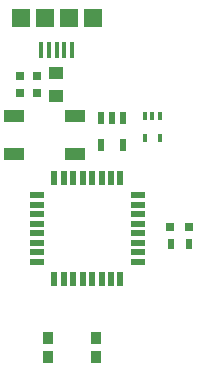
<source format=gbr>
G04 #@! TF.FileFunction,Paste,Top*
%FSLAX46Y46*%
G04 Gerber Fmt 4.6, Leading zero omitted, Abs format (unit mm)*
G04 Created by KiCad (PCBNEW 4.0.7-e2-6376~61~ubuntu18.04.1) date Sun Jul  8 15:07:32 2018*
%MOMM*%
%LPD*%
G01*
G04 APERTURE LIST*
%ADD10C,0.100000*%
%ADD11R,1.651000X0.998220*%
%ADD12R,0.800000X0.800000*%
%ADD13R,0.450000X1.350000*%
%ADD14R,1.500000X1.550000*%
%ADD15R,0.558800X1.270000*%
%ADD16R,1.270000X0.558800*%
%ADD17R,0.600000X1.140000*%
%ADD18R,0.750000X0.800000*%
%ADD19R,1.250000X1.000000*%
%ADD20R,0.500000X0.900000*%
%ADD21R,0.400000X0.650000*%
%ADD22R,0.899160X0.998220*%
G04 APERTURE END LIST*
D10*
D11*
X110424440Y-137600000D03*
X110424440Y-140795320D03*
X115575560Y-140795320D03*
X115575560Y-137600000D03*
D12*
X125200000Y-147000000D03*
X123600000Y-147000000D03*
D13*
X115300000Y-131975000D03*
X114650000Y-131975000D03*
X114000000Y-131975000D03*
X113350000Y-131975000D03*
X112700000Y-131975000D03*
D14*
X115000000Y-129300000D03*
X113000000Y-129300000D03*
X117050000Y-129300000D03*
X110950000Y-129300000D03*
D15*
X119400300Y-142808620D03*
X118600200Y-142808620D03*
X117800100Y-142808620D03*
X117000000Y-142808620D03*
X116202440Y-142808620D03*
X115402340Y-142808620D03*
X114602240Y-142808620D03*
X113802140Y-142808620D03*
D16*
X112308620Y-144302140D03*
X112308620Y-145102240D03*
X112308620Y-145902340D03*
X112308620Y-146702440D03*
X112308620Y-147500000D03*
X112308620Y-148300100D03*
X112308620Y-149100200D03*
X112308620Y-149900300D03*
D15*
X113802140Y-151393820D03*
X114602240Y-151393820D03*
X115402340Y-151393820D03*
X116202440Y-151393820D03*
X117000000Y-151393820D03*
X117800100Y-151393820D03*
X118600200Y-151393820D03*
X119400300Y-151393820D03*
D16*
X120893820Y-149900300D03*
X120893820Y-149100200D03*
X120893820Y-148300100D03*
X120893820Y-147500000D03*
X120893820Y-146702440D03*
X120893820Y-145902340D03*
X120893820Y-145102240D03*
X120893820Y-144302140D03*
D17*
X119650000Y-137760000D03*
X118700000Y-137760000D03*
X117750000Y-137760000D03*
X117750000Y-140040000D03*
X119650000Y-140040000D03*
D18*
X110900000Y-134150000D03*
X110900000Y-135650000D03*
X112300000Y-134150000D03*
X112300000Y-135650000D03*
D19*
X113900000Y-135900000D03*
X113900000Y-133900000D03*
D20*
X125200000Y-148400000D03*
X123700000Y-148400000D03*
D21*
X122750000Y-137550000D03*
X121450000Y-137550000D03*
X122100000Y-137550000D03*
X121450000Y-139450000D03*
X122750000Y-139450000D03*
D22*
X113250220Y-157997560D03*
X117349780Y-157997560D03*
X117349780Y-156402440D03*
X113250220Y-156402440D03*
M02*

</source>
